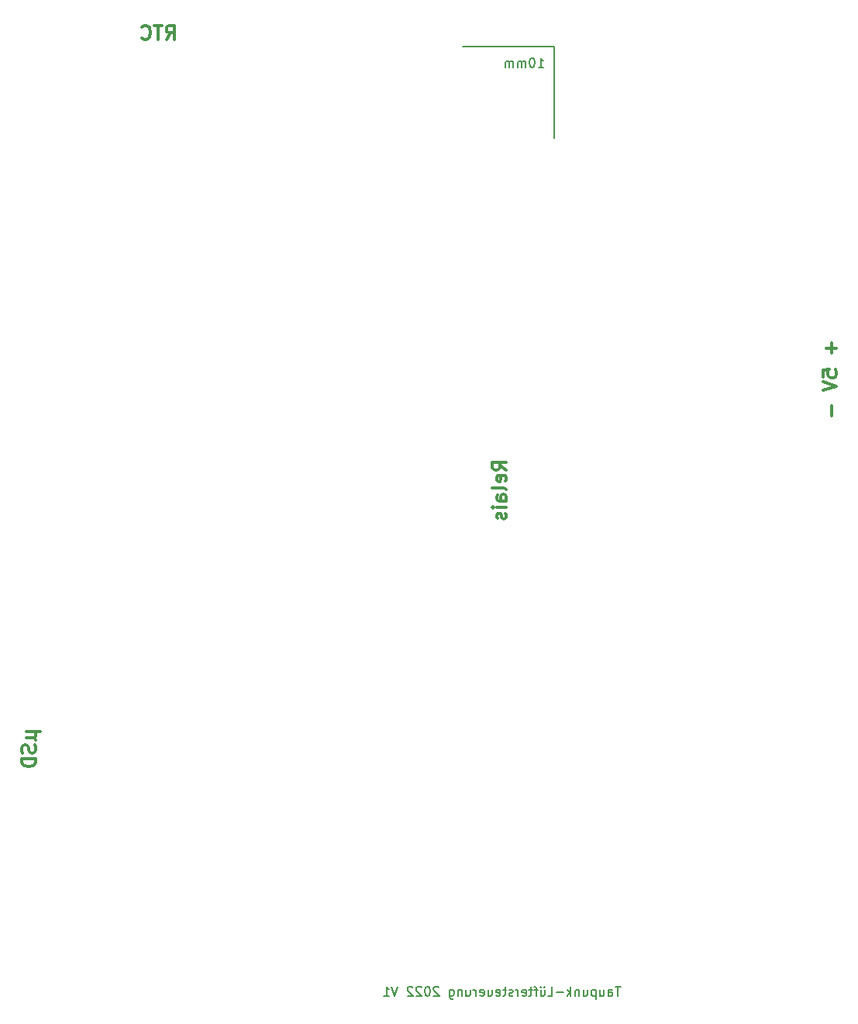
<source format=gbr>
%TF.GenerationSoftware,KiCad,Pcbnew,(6.0.7)*%
%TF.CreationDate,2022-10-11T21:25:08+02:00*%
%TF.ProjectId,Taupunktlueftung,54617570-756e-46b7-946c-75656674756e,rev?*%
%TF.SameCoordinates,Original*%
%TF.FileFunction,Legend,Bot*%
%TF.FilePolarity,Positive*%
%FSLAX46Y46*%
G04 Gerber Fmt 4.6, Leading zero omitted, Abs format (unit mm)*
G04 Created by KiCad (PCBNEW (6.0.7)) date 2022-10-11 21:25:08*
%MOMM*%
%LPD*%
G01*
G04 APERTURE LIST*
%ADD10C,0.150000*%
%ADD11C,0.300000*%
G04 APERTURE END LIST*
D10*
X97425000Y-48100000D02*
X97425000Y-58100000D01*
X87425000Y-48100000D02*
X97425000Y-48100000D01*
D11*
X92178571Y-94285714D02*
X91464285Y-93785714D01*
X92178571Y-93428571D02*
X90678571Y-93428571D01*
X90678571Y-94000000D01*
X90750000Y-94142857D01*
X90821428Y-94214285D01*
X90964285Y-94285714D01*
X91178571Y-94285714D01*
X91321428Y-94214285D01*
X91392857Y-94142857D01*
X91464285Y-94000000D01*
X91464285Y-93428571D01*
X92107142Y-95500000D02*
X92178571Y-95357142D01*
X92178571Y-95071428D01*
X92107142Y-94928571D01*
X91964285Y-94857142D01*
X91392857Y-94857142D01*
X91250000Y-94928571D01*
X91178571Y-95071428D01*
X91178571Y-95357142D01*
X91250000Y-95500000D01*
X91392857Y-95571428D01*
X91535714Y-95571428D01*
X91678571Y-94857142D01*
X92178571Y-96428571D02*
X92107142Y-96285714D01*
X91964285Y-96214285D01*
X90678571Y-96214285D01*
X92178571Y-97642857D02*
X91392857Y-97642857D01*
X91250000Y-97571428D01*
X91178571Y-97428571D01*
X91178571Y-97142857D01*
X91250000Y-97000000D01*
X92107142Y-97642857D02*
X92178571Y-97500000D01*
X92178571Y-97142857D01*
X92107142Y-97000000D01*
X91964285Y-96928571D01*
X91821428Y-96928571D01*
X91678571Y-97000000D01*
X91607142Y-97142857D01*
X91607142Y-97500000D01*
X91535714Y-97642857D01*
X92178571Y-98357142D02*
X91178571Y-98357142D01*
X90678571Y-98357142D02*
X90750000Y-98285714D01*
X90821428Y-98357142D01*
X90750000Y-98428571D01*
X90678571Y-98357142D01*
X90821428Y-98357142D01*
X92107142Y-99000000D02*
X92178571Y-99142857D01*
X92178571Y-99428571D01*
X92107142Y-99571428D01*
X91964285Y-99642857D01*
X91892857Y-99642857D01*
X91750000Y-99571428D01*
X91678571Y-99428571D01*
X91678571Y-99214285D01*
X91607142Y-99071428D01*
X91464285Y-99000000D01*
X91392857Y-99000000D01*
X91250000Y-99071428D01*
X91178571Y-99214285D01*
X91178571Y-99428571D01*
X91250000Y-99571428D01*
X55057142Y-47278571D02*
X55557142Y-46564285D01*
X55914285Y-47278571D02*
X55914285Y-45778571D01*
X55342857Y-45778571D01*
X55200000Y-45850000D01*
X55128571Y-45921428D01*
X55057142Y-46064285D01*
X55057142Y-46278571D01*
X55128571Y-46421428D01*
X55200000Y-46492857D01*
X55342857Y-46564285D01*
X55914285Y-46564285D01*
X54628571Y-45778571D02*
X53771428Y-45778571D01*
X54200000Y-47278571D02*
X54200000Y-45778571D01*
X52414285Y-47135714D02*
X52485714Y-47207142D01*
X52700000Y-47278571D01*
X52842857Y-47278571D01*
X53057142Y-47207142D01*
X53200000Y-47064285D01*
X53271428Y-46921428D01*
X53342857Y-46635714D01*
X53342857Y-46421428D01*
X53271428Y-46135714D01*
X53200000Y-45992857D01*
X53057142Y-45850000D01*
X52842857Y-45778571D01*
X52700000Y-45778571D01*
X52485714Y-45850000D01*
X52414285Y-45921428D01*
D10*
X104676190Y-150677380D02*
X104104761Y-150677380D01*
X104390476Y-151677380D02*
X104390476Y-150677380D01*
X103342857Y-151677380D02*
X103342857Y-151153571D01*
X103390476Y-151058333D01*
X103485714Y-151010714D01*
X103676190Y-151010714D01*
X103771428Y-151058333D01*
X103342857Y-151629761D02*
X103438095Y-151677380D01*
X103676190Y-151677380D01*
X103771428Y-151629761D01*
X103819047Y-151534523D01*
X103819047Y-151439285D01*
X103771428Y-151344047D01*
X103676190Y-151296428D01*
X103438095Y-151296428D01*
X103342857Y-151248809D01*
X102438095Y-151010714D02*
X102438095Y-151677380D01*
X102866666Y-151010714D02*
X102866666Y-151534523D01*
X102819047Y-151629761D01*
X102723809Y-151677380D01*
X102580952Y-151677380D01*
X102485714Y-151629761D01*
X102438095Y-151582142D01*
X101961904Y-151010714D02*
X101961904Y-152010714D01*
X101961904Y-151058333D02*
X101866666Y-151010714D01*
X101676190Y-151010714D01*
X101580952Y-151058333D01*
X101533333Y-151105952D01*
X101485714Y-151201190D01*
X101485714Y-151486904D01*
X101533333Y-151582142D01*
X101580952Y-151629761D01*
X101676190Y-151677380D01*
X101866666Y-151677380D01*
X101961904Y-151629761D01*
X100628571Y-151010714D02*
X100628571Y-151677380D01*
X101057142Y-151010714D02*
X101057142Y-151534523D01*
X101009523Y-151629761D01*
X100914285Y-151677380D01*
X100771428Y-151677380D01*
X100676190Y-151629761D01*
X100628571Y-151582142D01*
X100152380Y-151010714D02*
X100152380Y-151677380D01*
X100152380Y-151105952D02*
X100104761Y-151058333D01*
X100009523Y-151010714D01*
X99866666Y-151010714D01*
X99771428Y-151058333D01*
X99723809Y-151153571D01*
X99723809Y-151677380D01*
X99247619Y-151677380D02*
X99247619Y-150677380D01*
X99152380Y-151296428D02*
X98866666Y-151677380D01*
X98866666Y-151010714D02*
X99247619Y-151391666D01*
X98438095Y-151296428D02*
X97676190Y-151296428D01*
X96723809Y-151677380D02*
X97200000Y-151677380D01*
X97200000Y-150677380D01*
X95961904Y-151010714D02*
X95961904Y-151677380D01*
X96390476Y-151010714D02*
X96390476Y-151534523D01*
X96342857Y-151629761D01*
X96247619Y-151677380D01*
X96104761Y-151677380D01*
X96009523Y-151629761D01*
X95961904Y-151582142D01*
X96342857Y-150677380D02*
X96295238Y-150725000D01*
X96342857Y-150772619D01*
X96390476Y-150725000D01*
X96342857Y-150677380D01*
X96342857Y-150772619D01*
X95961904Y-150677380D02*
X95914285Y-150725000D01*
X95961904Y-150772619D01*
X96009523Y-150725000D01*
X95961904Y-150677380D01*
X95961904Y-150772619D01*
X95628571Y-151010714D02*
X95247619Y-151010714D01*
X95485714Y-151677380D02*
X95485714Y-150820238D01*
X95438095Y-150725000D01*
X95342857Y-150677380D01*
X95247619Y-150677380D01*
X95057142Y-151010714D02*
X94676190Y-151010714D01*
X94914285Y-150677380D02*
X94914285Y-151534523D01*
X94866666Y-151629761D01*
X94771428Y-151677380D01*
X94676190Y-151677380D01*
X93961904Y-151629761D02*
X94057142Y-151677380D01*
X94247619Y-151677380D01*
X94342857Y-151629761D01*
X94390476Y-151534523D01*
X94390476Y-151153571D01*
X94342857Y-151058333D01*
X94247619Y-151010714D01*
X94057142Y-151010714D01*
X93961904Y-151058333D01*
X93914285Y-151153571D01*
X93914285Y-151248809D01*
X94390476Y-151344047D01*
X93485714Y-151677380D02*
X93485714Y-151010714D01*
X93485714Y-151201190D02*
X93438095Y-151105952D01*
X93390476Y-151058333D01*
X93295238Y-151010714D01*
X93200000Y-151010714D01*
X92914285Y-151629761D02*
X92819047Y-151677380D01*
X92628571Y-151677380D01*
X92533333Y-151629761D01*
X92485714Y-151534523D01*
X92485714Y-151486904D01*
X92533333Y-151391666D01*
X92628571Y-151344047D01*
X92771428Y-151344047D01*
X92866666Y-151296428D01*
X92914285Y-151201190D01*
X92914285Y-151153571D01*
X92866666Y-151058333D01*
X92771428Y-151010714D01*
X92628571Y-151010714D01*
X92533333Y-151058333D01*
X92200000Y-151010714D02*
X91819047Y-151010714D01*
X92057142Y-150677380D02*
X92057142Y-151534523D01*
X92009523Y-151629761D01*
X91914285Y-151677380D01*
X91819047Y-151677380D01*
X91104761Y-151629761D02*
X91200000Y-151677380D01*
X91390476Y-151677380D01*
X91485714Y-151629761D01*
X91533333Y-151534523D01*
X91533333Y-151153571D01*
X91485714Y-151058333D01*
X91390476Y-151010714D01*
X91200000Y-151010714D01*
X91104761Y-151058333D01*
X91057142Y-151153571D01*
X91057142Y-151248809D01*
X91533333Y-151344047D01*
X90200000Y-151010714D02*
X90200000Y-151677380D01*
X90628571Y-151010714D02*
X90628571Y-151534523D01*
X90580952Y-151629761D01*
X90485714Y-151677380D01*
X90342857Y-151677380D01*
X90247619Y-151629761D01*
X90200000Y-151582142D01*
X89342857Y-151629761D02*
X89438095Y-151677380D01*
X89628571Y-151677380D01*
X89723809Y-151629761D01*
X89771428Y-151534523D01*
X89771428Y-151153571D01*
X89723809Y-151058333D01*
X89628571Y-151010714D01*
X89438095Y-151010714D01*
X89342857Y-151058333D01*
X89295238Y-151153571D01*
X89295238Y-151248809D01*
X89771428Y-151344047D01*
X88866666Y-151677380D02*
X88866666Y-151010714D01*
X88866666Y-151201190D02*
X88819047Y-151105952D01*
X88771428Y-151058333D01*
X88676190Y-151010714D01*
X88580952Y-151010714D01*
X87819047Y-151010714D02*
X87819047Y-151677380D01*
X88247619Y-151010714D02*
X88247619Y-151534523D01*
X88200000Y-151629761D01*
X88104761Y-151677380D01*
X87961904Y-151677380D01*
X87866666Y-151629761D01*
X87819047Y-151582142D01*
X87342857Y-151010714D02*
X87342857Y-151677380D01*
X87342857Y-151105952D02*
X87295238Y-151058333D01*
X87200000Y-151010714D01*
X87057142Y-151010714D01*
X86961904Y-151058333D01*
X86914285Y-151153571D01*
X86914285Y-151677380D01*
X86009523Y-151010714D02*
X86009523Y-151820238D01*
X86057142Y-151915476D01*
X86104761Y-151963095D01*
X86200000Y-152010714D01*
X86342857Y-152010714D01*
X86438095Y-151963095D01*
X86009523Y-151629761D02*
X86104761Y-151677380D01*
X86295238Y-151677380D01*
X86390476Y-151629761D01*
X86438095Y-151582142D01*
X86485714Y-151486904D01*
X86485714Y-151201190D01*
X86438095Y-151105952D01*
X86390476Y-151058333D01*
X86295238Y-151010714D01*
X86104761Y-151010714D01*
X86009523Y-151058333D01*
X84819047Y-150772619D02*
X84771428Y-150725000D01*
X84676190Y-150677380D01*
X84438095Y-150677380D01*
X84342857Y-150725000D01*
X84295238Y-150772619D01*
X84247619Y-150867857D01*
X84247619Y-150963095D01*
X84295238Y-151105952D01*
X84866666Y-151677380D01*
X84247619Y-151677380D01*
X83628571Y-150677380D02*
X83533333Y-150677380D01*
X83438095Y-150725000D01*
X83390476Y-150772619D01*
X83342857Y-150867857D01*
X83295238Y-151058333D01*
X83295238Y-151296428D01*
X83342857Y-151486904D01*
X83390476Y-151582142D01*
X83438095Y-151629761D01*
X83533333Y-151677380D01*
X83628571Y-151677380D01*
X83723809Y-151629761D01*
X83771428Y-151582142D01*
X83819047Y-151486904D01*
X83866666Y-151296428D01*
X83866666Y-151058333D01*
X83819047Y-150867857D01*
X83771428Y-150772619D01*
X83723809Y-150725000D01*
X83628571Y-150677380D01*
X82914285Y-150772619D02*
X82866666Y-150725000D01*
X82771428Y-150677380D01*
X82533333Y-150677380D01*
X82438095Y-150725000D01*
X82390476Y-150772619D01*
X82342857Y-150867857D01*
X82342857Y-150963095D01*
X82390476Y-151105952D01*
X82961904Y-151677380D01*
X82342857Y-151677380D01*
X81961904Y-150772619D02*
X81914285Y-150725000D01*
X81819047Y-150677380D01*
X81580952Y-150677380D01*
X81485714Y-150725000D01*
X81438095Y-150772619D01*
X81390476Y-150867857D01*
X81390476Y-150963095D01*
X81438095Y-151105952D01*
X82009523Y-151677380D01*
X81390476Y-151677380D01*
X80342857Y-150677380D02*
X80009523Y-151677380D01*
X79676190Y-150677380D01*
X78819047Y-151677380D02*
X79390476Y-151677380D01*
X79104761Y-151677380D02*
X79104761Y-150677380D01*
X79200000Y-150820238D01*
X79295238Y-150915476D01*
X79390476Y-150963095D01*
D11*
X39778571Y-122807142D02*
X41278571Y-122807142D01*
X40564285Y-123521428D02*
X40707142Y-123592857D01*
X40778571Y-123735714D01*
X40564285Y-122807142D02*
X40707142Y-122878571D01*
X40778571Y-123021428D01*
X40778571Y-123307142D01*
X40707142Y-123450000D01*
X40564285Y-123521428D01*
X39778571Y-123521428D01*
X40707142Y-124307142D02*
X40778571Y-124521428D01*
X40778571Y-124878571D01*
X40707142Y-125021428D01*
X40635714Y-125092857D01*
X40492857Y-125164285D01*
X40350000Y-125164285D01*
X40207142Y-125092857D01*
X40135714Y-125021428D01*
X40064285Y-124878571D01*
X39992857Y-124592857D01*
X39921428Y-124450000D01*
X39850000Y-124378571D01*
X39707142Y-124307142D01*
X39564285Y-124307142D01*
X39421428Y-124378571D01*
X39350000Y-124450000D01*
X39278571Y-124592857D01*
X39278571Y-124950000D01*
X39350000Y-125164285D01*
X40778571Y-125807142D02*
X39278571Y-125807142D01*
X39278571Y-126164285D01*
X39350000Y-126378571D01*
X39492857Y-126521428D01*
X39635714Y-126592857D01*
X39921428Y-126664285D01*
X40135714Y-126664285D01*
X40421428Y-126592857D01*
X40564285Y-126521428D01*
X40707142Y-126378571D01*
X40778571Y-126164285D01*
X40778571Y-125807142D01*
X127707142Y-80400000D02*
X127707142Y-81542857D01*
X128278571Y-80971428D02*
X127135714Y-80971428D01*
X126778571Y-84114285D02*
X126778571Y-83400000D01*
X127492857Y-83328571D01*
X127421428Y-83400000D01*
X127350000Y-83542857D01*
X127350000Y-83900000D01*
X127421428Y-84042857D01*
X127492857Y-84114285D01*
X127635714Y-84185714D01*
X127992857Y-84185714D01*
X128135714Y-84114285D01*
X128207142Y-84042857D01*
X128278571Y-83900000D01*
X128278571Y-83542857D01*
X128207142Y-83400000D01*
X128135714Y-83328571D01*
X126778571Y-84614285D02*
X128278571Y-85114285D01*
X126778571Y-85614285D01*
X127707142Y-87257142D02*
X127707142Y-88400000D01*
D10*
X95698809Y-50327380D02*
X96270238Y-50327380D01*
X95984523Y-50327380D02*
X95984523Y-49327380D01*
X96079761Y-49470238D01*
X96175000Y-49565476D01*
X96270238Y-49613095D01*
X95079761Y-49327380D02*
X94984523Y-49327380D01*
X94889285Y-49375000D01*
X94841666Y-49422619D01*
X94794047Y-49517857D01*
X94746428Y-49708333D01*
X94746428Y-49946428D01*
X94794047Y-50136904D01*
X94841666Y-50232142D01*
X94889285Y-50279761D01*
X94984523Y-50327380D01*
X95079761Y-50327380D01*
X95175000Y-50279761D01*
X95222619Y-50232142D01*
X95270238Y-50136904D01*
X95317857Y-49946428D01*
X95317857Y-49708333D01*
X95270238Y-49517857D01*
X95222619Y-49422619D01*
X95175000Y-49375000D01*
X95079761Y-49327380D01*
X94317857Y-50327380D02*
X94317857Y-49660714D01*
X94317857Y-49755952D02*
X94270238Y-49708333D01*
X94175000Y-49660714D01*
X94032142Y-49660714D01*
X93936904Y-49708333D01*
X93889285Y-49803571D01*
X93889285Y-50327380D01*
X93889285Y-49803571D02*
X93841666Y-49708333D01*
X93746428Y-49660714D01*
X93603571Y-49660714D01*
X93508333Y-49708333D01*
X93460714Y-49803571D01*
X93460714Y-50327380D01*
X92984523Y-50327380D02*
X92984523Y-49660714D01*
X92984523Y-49755952D02*
X92936904Y-49708333D01*
X92841666Y-49660714D01*
X92698809Y-49660714D01*
X92603571Y-49708333D01*
X92555952Y-49803571D01*
X92555952Y-50327380D01*
X92555952Y-49803571D02*
X92508333Y-49708333D01*
X92413095Y-49660714D01*
X92270238Y-49660714D01*
X92175000Y-49708333D01*
X92127380Y-49803571D01*
X92127380Y-50327380D01*
M02*

</source>
